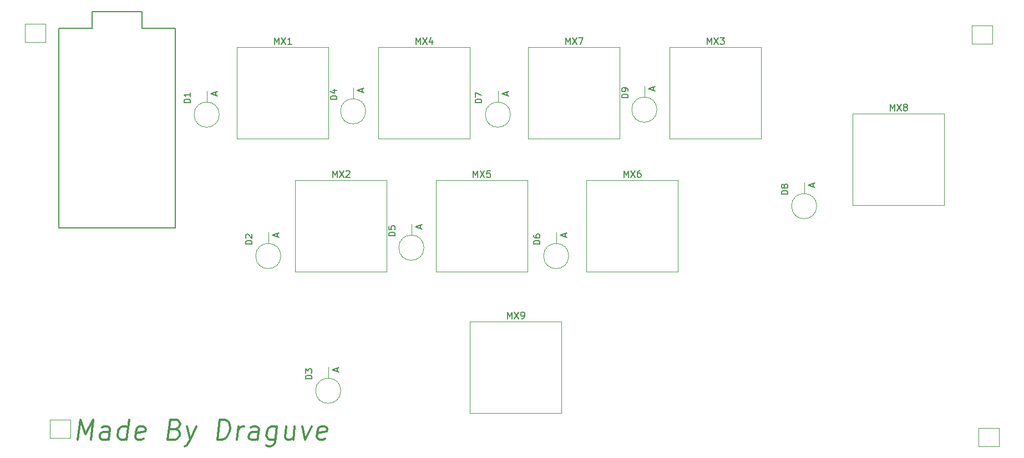
<source format=gto>
G04 #@! TF.GenerationSoftware,KiCad,Pcbnew,5.1.7-a382d34a8~87~ubuntu20.04.1*
G04 #@! TF.CreationDate,2021-01-04T03:10:59+05:30*
G04 #@! TF.ProjectId,ai03-pcb-guide,61693033-2d70-4636-922d-67756964652e,rev?*
G04 #@! TF.SameCoordinates,Original*
G04 #@! TF.FileFunction,Legend,Top*
G04 #@! TF.FilePolarity,Positive*
%FSLAX46Y46*%
G04 Gerber Fmt 4.6, Leading zero omitted, Abs format (unit mm)*
G04 Created by KiCad (PCBNEW 5.1.7-a382d34a8~87~ubuntu20.04.1) date 2021-01-04 03:10:59*
%MOMM*%
%LPD*%
G01*
G04 APERTURE LIST*
%ADD10C,0.300000*%
%ADD11C,0.120000*%
%ADD12C,0.150000*%
%ADD13C,2.800000*%
%ADD14C,2.000000*%
%ADD15O,2.800000X2.800000*%
%ADD16C,3.450000*%
%ADD17C,4.400000*%
%ADD18C,2.100000*%
%ADD19C,2.600000*%
G04 APERTURE END LIST*
D10*
X52546589Y-126607142D02*
X52921589Y-123607142D01*
X53653732Y-125750000D01*
X54921589Y-123607142D01*
X54546589Y-126607142D01*
X57260875Y-126607142D02*
X57457303Y-125035714D01*
X57350160Y-124750000D01*
X57082303Y-124607142D01*
X56510875Y-124607142D01*
X56207303Y-124750000D01*
X57278732Y-126464285D02*
X56975160Y-126607142D01*
X56260875Y-126607142D01*
X55993017Y-126464285D01*
X55885875Y-126178571D01*
X55921589Y-125892857D01*
X56100160Y-125607142D01*
X56403732Y-125464285D01*
X57118017Y-125464285D01*
X57421589Y-125321428D01*
X59975160Y-126607142D02*
X60350160Y-123607142D01*
X59993017Y-126464285D02*
X59689446Y-126607142D01*
X59118017Y-126607142D01*
X58850160Y-126464285D01*
X58725160Y-126321428D01*
X58618017Y-126035714D01*
X58725160Y-125178571D01*
X58903732Y-124892857D01*
X59064446Y-124750000D01*
X59368017Y-124607142D01*
X59939446Y-124607142D01*
X60207303Y-124750000D01*
X62564446Y-126464285D02*
X62260875Y-126607142D01*
X61689446Y-126607142D01*
X61421589Y-126464285D01*
X61314446Y-126178571D01*
X61457303Y-125035714D01*
X61635875Y-124750000D01*
X61939446Y-124607142D01*
X62510875Y-124607142D01*
X62778732Y-124750000D01*
X62885875Y-125035714D01*
X62850160Y-125321428D01*
X61385875Y-125607142D01*
X67457303Y-125035714D02*
X67868017Y-125178571D01*
X67993017Y-125321428D01*
X68100160Y-125607142D01*
X68046589Y-126035714D01*
X67868017Y-126321428D01*
X67707303Y-126464285D01*
X67403732Y-126607142D01*
X66260875Y-126607142D01*
X66635875Y-123607142D01*
X67635875Y-123607142D01*
X67903732Y-123750000D01*
X68028732Y-123892857D01*
X68135875Y-124178571D01*
X68100160Y-124464285D01*
X67921589Y-124750000D01*
X67760875Y-124892857D01*
X67457303Y-125035714D01*
X66457303Y-125035714D01*
X69225160Y-124607142D02*
X69689446Y-126607142D01*
X70653732Y-124607142D02*
X69689446Y-126607142D01*
X69314446Y-127321428D01*
X69153732Y-127464285D01*
X68850160Y-127607142D01*
X73832303Y-126607142D02*
X74207303Y-123607142D01*
X74921589Y-123607142D01*
X75332303Y-123750000D01*
X75582303Y-124035714D01*
X75689446Y-124321428D01*
X75760875Y-124892857D01*
X75707303Y-125321428D01*
X75493017Y-125892857D01*
X75314446Y-126178571D01*
X74993017Y-126464285D01*
X74546589Y-126607142D01*
X73832303Y-126607142D01*
X76832303Y-126607142D02*
X77082303Y-124607142D01*
X77010875Y-125178571D02*
X77189446Y-124892857D01*
X77350160Y-124750000D01*
X77653732Y-124607142D01*
X77939446Y-124607142D01*
X79975160Y-126607142D02*
X80171589Y-125035714D01*
X80064446Y-124750000D01*
X79796589Y-124607142D01*
X79225160Y-124607142D01*
X78921589Y-124750000D01*
X79993017Y-126464285D02*
X79689446Y-126607142D01*
X78975160Y-126607142D01*
X78707303Y-126464285D01*
X78600160Y-126178571D01*
X78635875Y-125892857D01*
X78814446Y-125607142D01*
X79118017Y-125464285D01*
X79832303Y-125464285D01*
X80135875Y-125321428D01*
X82939446Y-124607142D02*
X82635875Y-127035714D01*
X82457303Y-127321428D01*
X82296589Y-127464285D01*
X81993017Y-127607142D01*
X81564446Y-127607142D01*
X81296589Y-127464285D01*
X82707303Y-126464285D02*
X82403732Y-126607142D01*
X81832303Y-126607142D01*
X81564446Y-126464285D01*
X81439446Y-126321428D01*
X81332303Y-126035714D01*
X81439446Y-125178571D01*
X81618017Y-124892857D01*
X81778732Y-124750000D01*
X82082303Y-124607142D01*
X82653732Y-124607142D01*
X82921589Y-124750000D01*
X85653732Y-124607142D02*
X85403732Y-126607142D01*
X84368017Y-124607142D02*
X84171589Y-126178571D01*
X84278732Y-126464285D01*
X84546589Y-126607142D01*
X84975160Y-126607142D01*
X85278732Y-126464285D01*
X85439446Y-126321428D01*
X86796589Y-124607142D02*
X87260875Y-126607142D01*
X88225160Y-124607142D01*
X90278732Y-126464285D02*
X89975160Y-126607142D01*
X89403732Y-126607142D01*
X89135875Y-126464285D01*
X89028732Y-126178571D01*
X89171589Y-125035714D01*
X89350160Y-124750000D01*
X89653732Y-124607142D01*
X90225160Y-124607142D01*
X90493017Y-124750000D01*
X90600160Y-125035714D01*
X90564446Y-125321428D01*
X89100160Y-125607142D01*
D11*
X192163500Y-66198000D02*
X188963500Y-66198000D01*
X188963500Y-63398000D02*
X192163500Y-63398000D01*
X192163500Y-63398000D02*
X192163500Y-66198000D01*
X188963500Y-66198000D02*
X188963500Y-63398000D01*
X193179500Y-127666000D02*
X189979500Y-127666000D01*
X189979500Y-124866000D02*
X193179500Y-124866000D01*
X193179500Y-124866000D02*
X193179500Y-127666000D01*
X189979500Y-127666000D02*
X189979500Y-124866000D01*
X51447500Y-126396000D02*
X48247500Y-126396000D01*
X48247500Y-123596000D02*
X51447500Y-123596000D01*
X51447500Y-123596000D02*
X51447500Y-126396000D01*
X48247500Y-126396000D02*
X48247500Y-123596000D01*
X47637500Y-65944000D02*
X44437500Y-65944000D01*
X44437500Y-63144000D02*
X47637500Y-63144000D01*
X47637500Y-63144000D02*
X47637500Y-65944000D01*
X44437500Y-65944000D02*
X44437500Y-63144000D01*
D12*
X49593500Y-63782000D02*
X49593500Y-94262000D01*
X49593500Y-63782000D02*
X54673500Y-63782000D01*
X54673500Y-63782000D02*
X54673500Y-61242000D01*
X54673500Y-61242000D02*
X62293500Y-61242000D01*
X62293500Y-61242000D02*
X62293500Y-63782000D01*
X62293500Y-63782000D02*
X67373500Y-63782000D01*
X67373500Y-63782000D02*
X67373500Y-94262000D01*
X67373500Y-94262000D02*
X49593500Y-94262000D01*
D11*
X140922000Y-76228000D02*
G75*
G03*
X140922000Y-76228000I-1920000J0D01*
G01*
X139002000Y-74308000D02*
X139002000Y-72648000D01*
X165306000Y-90960000D02*
G75*
G03*
X165306000Y-90960000I-1920000J0D01*
G01*
X163386000Y-89040000D02*
X163386000Y-87380000D01*
X118570000Y-76990000D02*
G75*
G03*
X118570000Y-76990000I-1920000J0D01*
G01*
X116650000Y-75070000D02*
X116650000Y-73410000D01*
X127460000Y-98580000D02*
G75*
G03*
X127460000Y-98580000I-1920000J0D01*
G01*
X125540000Y-96660000D02*
X125540000Y-95000000D01*
X105362000Y-97310000D02*
G75*
G03*
X105362000Y-97310000I-1920000J0D01*
G01*
X103442000Y-95390000D02*
X103442000Y-93730000D01*
X96471500Y-76482000D02*
G75*
G03*
X96471500Y-76482000I-1920000J0D01*
G01*
X94551500Y-74562000D02*
X94551500Y-72902000D01*
X92661500Y-119154000D02*
G75*
G03*
X92661500Y-119154000I-1920000J0D01*
G01*
X90741500Y-117234000D02*
X90741500Y-115574000D01*
X83517500Y-98580000D02*
G75*
G03*
X83517500Y-98580000I-1920000J0D01*
G01*
X81597500Y-96660000D02*
X81597500Y-95000000D01*
X74119500Y-76990000D02*
G75*
G03*
X74119500Y-76990000I-1920000J0D01*
G01*
X72199500Y-75070000D02*
X72199500Y-73410000D01*
X112395000Y-122555000D02*
X112395000Y-108585000D01*
X126365000Y-122555000D02*
X112395000Y-122555000D01*
X126365000Y-108585000D02*
X126365000Y-122555000D01*
X112395000Y-108585000D02*
X126365000Y-108585000D01*
X107195000Y-100965000D02*
X107195000Y-86995000D01*
X121165000Y-100965000D02*
X107195000Y-100965000D01*
X121165000Y-86995000D02*
X121165000Y-100965000D01*
X107195000Y-86995000D02*
X121165000Y-86995000D01*
X85725000Y-100965000D02*
X85725000Y-86995000D01*
X99695000Y-100965000D02*
X85725000Y-100965000D01*
X99695000Y-86995000D02*
X99695000Y-100965000D01*
X85725000Y-86995000D02*
X99695000Y-86995000D01*
X170815000Y-90805000D02*
X170815000Y-76835000D01*
X184785000Y-90805000D02*
X170815000Y-90805000D01*
X184785000Y-76835000D02*
X184785000Y-90805000D01*
X170815000Y-76835000D02*
X184785000Y-76835000D01*
X121285000Y-80645000D02*
X121285000Y-66675000D01*
X135255000Y-80645000D02*
X121285000Y-80645000D01*
X135255000Y-66675000D02*
X135255000Y-80645000D01*
X121285000Y-66675000D02*
X135255000Y-66675000D01*
X130175000Y-100965000D02*
X130175000Y-86995000D01*
X144145000Y-100965000D02*
X130175000Y-100965000D01*
X144145000Y-86995000D02*
X144145000Y-100965000D01*
X130175000Y-86995000D02*
X144145000Y-86995000D01*
X98425000Y-80645000D02*
X98425000Y-66675000D01*
X112395000Y-80645000D02*
X98425000Y-80645000D01*
X112395000Y-66675000D02*
X112395000Y-80645000D01*
X98425000Y-66675000D02*
X112395000Y-66675000D01*
X142875000Y-80645000D02*
X142875000Y-66675000D01*
X156845000Y-80645000D02*
X142875000Y-80645000D01*
X156845000Y-66675000D02*
X156845000Y-80645000D01*
X142875000Y-66675000D02*
X156845000Y-66675000D01*
X76835000Y-80645000D02*
X76835000Y-66675000D01*
X90805000Y-80645000D02*
X76835000Y-80645000D01*
X90805000Y-66675000D02*
X90805000Y-80645000D01*
X76835000Y-66675000D02*
X90805000Y-66675000D01*
D12*
X136534380Y-74426095D02*
X135534380Y-74426095D01*
X135534380Y-74188000D01*
X135582000Y-74045142D01*
X135677238Y-73949904D01*
X135772476Y-73902285D01*
X135962952Y-73854666D01*
X136105809Y-73854666D01*
X136296285Y-73902285D01*
X136391523Y-73949904D01*
X136486761Y-74045142D01*
X136534380Y-74188000D01*
X136534380Y-74426095D01*
X136534380Y-73378476D02*
X136534380Y-73188000D01*
X136486761Y-73092761D01*
X136439142Y-73045142D01*
X136296285Y-72949904D01*
X136105809Y-72902285D01*
X135724857Y-72902285D01*
X135629619Y-72949904D01*
X135582000Y-72997523D01*
X135534380Y-73092761D01*
X135534380Y-73283238D01*
X135582000Y-73378476D01*
X135629619Y-73426095D01*
X135724857Y-73473714D01*
X135962952Y-73473714D01*
X136058190Y-73426095D01*
X136105809Y-73378476D01*
X136153428Y-73283238D01*
X136153428Y-73092761D01*
X136105809Y-72997523D01*
X136058190Y-72949904D01*
X135962952Y-72902285D01*
X140368666Y-73286095D02*
X140368666Y-72809904D01*
X140654380Y-73381333D02*
X139654380Y-73048000D01*
X140654380Y-72714666D01*
X160918380Y-89158095D02*
X159918380Y-89158095D01*
X159918380Y-88920000D01*
X159966000Y-88777142D01*
X160061238Y-88681904D01*
X160156476Y-88634285D01*
X160346952Y-88586666D01*
X160489809Y-88586666D01*
X160680285Y-88634285D01*
X160775523Y-88681904D01*
X160870761Y-88777142D01*
X160918380Y-88920000D01*
X160918380Y-89158095D01*
X160346952Y-88015238D02*
X160299333Y-88110476D01*
X160251714Y-88158095D01*
X160156476Y-88205714D01*
X160108857Y-88205714D01*
X160013619Y-88158095D01*
X159966000Y-88110476D01*
X159918380Y-88015238D01*
X159918380Y-87824761D01*
X159966000Y-87729523D01*
X160013619Y-87681904D01*
X160108857Y-87634285D01*
X160156476Y-87634285D01*
X160251714Y-87681904D01*
X160299333Y-87729523D01*
X160346952Y-87824761D01*
X160346952Y-88015238D01*
X160394571Y-88110476D01*
X160442190Y-88158095D01*
X160537428Y-88205714D01*
X160727904Y-88205714D01*
X160823142Y-88158095D01*
X160870761Y-88110476D01*
X160918380Y-88015238D01*
X160918380Y-87824761D01*
X160870761Y-87729523D01*
X160823142Y-87681904D01*
X160727904Y-87634285D01*
X160537428Y-87634285D01*
X160442190Y-87681904D01*
X160394571Y-87729523D01*
X160346952Y-87824761D01*
X164752666Y-88018095D02*
X164752666Y-87541904D01*
X165038380Y-88113333D02*
X164038380Y-87780000D01*
X165038380Y-87446666D01*
X114182380Y-75188095D02*
X113182380Y-75188095D01*
X113182380Y-74950000D01*
X113230000Y-74807142D01*
X113325238Y-74711904D01*
X113420476Y-74664285D01*
X113610952Y-74616666D01*
X113753809Y-74616666D01*
X113944285Y-74664285D01*
X114039523Y-74711904D01*
X114134761Y-74807142D01*
X114182380Y-74950000D01*
X114182380Y-75188095D01*
X113182380Y-74283333D02*
X113182380Y-73616666D01*
X114182380Y-74045238D01*
X118016666Y-74048095D02*
X118016666Y-73571904D01*
X118302380Y-74143333D02*
X117302380Y-73810000D01*
X118302380Y-73476666D01*
X123072380Y-96778095D02*
X122072380Y-96778095D01*
X122072380Y-96540000D01*
X122120000Y-96397142D01*
X122215238Y-96301904D01*
X122310476Y-96254285D01*
X122500952Y-96206666D01*
X122643809Y-96206666D01*
X122834285Y-96254285D01*
X122929523Y-96301904D01*
X123024761Y-96397142D01*
X123072380Y-96540000D01*
X123072380Y-96778095D01*
X122072380Y-95349523D02*
X122072380Y-95540000D01*
X122120000Y-95635238D01*
X122167619Y-95682857D01*
X122310476Y-95778095D01*
X122500952Y-95825714D01*
X122881904Y-95825714D01*
X122977142Y-95778095D01*
X123024761Y-95730476D01*
X123072380Y-95635238D01*
X123072380Y-95444761D01*
X123024761Y-95349523D01*
X122977142Y-95301904D01*
X122881904Y-95254285D01*
X122643809Y-95254285D01*
X122548571Y-95301904D01*
X122500952Y-95349523D01*
X122453333Y-95444761D01*
X122453333Y-95635238D01*
X122500952Y-95730476D01*
X122548571Y-95778095D01*
X122643809Y-95825714D01*
X126906666Y-95638095D02*
X126906666Y-95161904D01*
X127192380Y-95733333D02*
X126192380Y-95400000D01*
X127192380Y-95066666D01*
X100974380Y-95508095D02*
X99974380Y-95508095D01*
X99974380Y-95270000D01*
X100022000Y-95127142D01*
X100117238Y-95031904D01*
X100212476Y-94984285D01*
X100402952Y-94936666D01*
X100545809Y-94936666D01*
X100736285Y-94984285D01*
X100831523Y-95031904D01*
X100926761Y-95127142D01*
X100974380Y-95270000D01*
X100974380Y-95508095D01*
X99974380Y-94031904D02*
X99974380Y-94508095D01*
X100450571Y-94555714D01*
X100402952Y-94508095D01*
X100355333Y-94412857D01*
X100355333Y-94174761D01*
X100402952Y-94079523D01*
X100450571Y-94031904D01*
X100545809Y-93984285D01*
X100783904Y-93984285D01*
X100879142Y-94031904D01*
X100926761Y-94079523D01*
X100974380Y-94174761D01*
X100974380Y-94412857D01*
X100926761Y-94508095D01*
X100879142Y-94555714D01*
X104808666Y-94368095D02*
X104808666Y-93891904D01*
X105094380Y-94463333D02*
X104094380Y-94130000D01*
X105094380Y-93796666D01*
X92083880Y-74680095D02*
X91083880Y-74680095D01*
X91083880Y-74442000D01*
X91131500Y-74299142D01*
X91226738Y-74203904D01*
X91321976Y-74156285D01*
X91512452Y-74108666D01*
X91655309Y-74108666D01*
X91845785Y-74156285D01*
X91941023Y-74203904D01*
X92036261Y-74299142D01*
X92083880Y-74442000D01*
X92083880Y-74680095D01*
X91417214Y-73251523D02*
X92083880Y-73251523D01*
X91036261Y-73489619D02*
X91750547Y-73727714D01*
X91750547Y-73108666D01*
X95918166Y-73540095D02*
X95918166Y-73063904D01*
X96203880Y-73635333D02*
X95203880Y-73302000D01*
X96203880Y-72968666D01*
X88273880Y-117352095D02*
X87273880Y-117352095D01*
X87273880Y-117114000D01*
X87321500Y-116971142D01*
X87416738Y-116875904D01*
X87511976Y-116828285D01*
X87702452Y-116780666D01*
X87845309Y-116780666D01*
X88035785Y-116828285D01*
X88131023Y-116875904D01*
X88226261Y-116971142D01*
X88273880Y-117114000D01*
X88273880Y-117352095D01*
X87273880Y-116447333D02*
X87273880Y-115828285D01*
X87654833Y-116161619D01*
X87654833Y-116018761D01*
X87702452Y-115923523D01*
X87750071Y-115875904D01*
X87845309Y-115828285D01*
X88083404Y-115828285D01*
X88178642Y-115875904D01*
X88226261Y-115923523D01*
X88273880Y-116018761D01*
X88273880Y-116304476D01*
X88226261Y-116399714D01*
X88178642Y-116447333D01*
X92108166Y-116212095D02*
X92108166Y-115735904D01*
X92393880Y-116307333D02*
X91393880Y-115974000D01*
X92393880Y-115640666D01*
X79129880Y-96778095D02*
X78129880Y-96778095D01*
X78129880Y-96540000D01*
X78177500Y-96397142D01*
X78272738Y-96301904D01*
X78367976Y-96254285D01*
X78558452Y-96206666D01*
X78701309Y-96206666D01*
X78891785Y-96254285D01*
X78987023Y-96301904D01*
X79082261Y-96397142D01*
X79129880Y-96540000D01*
X79129880Y-96778095D01*
X78225119Y-95825714D02*
X78177500Y-95778095D01*
X78129880Y-95682857D01*
X78129880Y-95444761D01*
X78177500Y-95349523D01*
X78225119Y-95301904D01*
X78320357Y-95254285D01*
X78415595Y-95254285D01*
X78558452Y-95301904D01*
X79129880Y-95873333D01*
X79129880Y-95254285D01*
X82964166Y-95638095D02*
X82964166Y-95161904D01*
X83249880Y-95733333D02*
X82249880Y-95400000D01*
X83249880Y-95066666D01*
X69731880Y-75188095D02*
X68731880Y-75188095D01*
X68731880Y-74950000D01*
X68779500Y-74807142D01*
X68874738Y-74711904D01*
X68969976Y-74664285D01*
X69160452Y-74616666D01*
X69303309Y-74616666D01*
X69493785Y-74664285D01*
X69589023Y-74711904D01*
X69684261Y-74807142D01*
X69731880Y-74950000D01*
X69731880Y-75188095D01*
X69731880Y-73664285D02*
X69731880Y-74235714D01*
X69731880Y-73950000D02*
X68731880Y-73950000D01*
X68874738Y-74045238D01*
X68969976Y-74140476D01*
X69017595Y-74235714D01*
X73566166Y-74048095D02*
X73566166Y-73571904D01*
X73851880Y-74143333D02*
X72851880Y-73810000D01*
X73851880Y-73476666D01*
X118094285Y-108148380D02*
X118094285Y-107148380D01*
X118427619Y-107862666D01*
X118760952Y-107148380D01*
X118760952Y-108148380D01*
X119141904Y-107148380D02*
X119808571Y-108148380D01*
X119808571Y-107148380D02*
X119141904Y-108148380D01*
X120237142Y-108148380D02*
X120427619Y-108148380D01*
X120522857Y-108100761D01*
X120570476Y-108053142D01*
X120665714Y-107910285D01*
X120713333Y-107719809D01*
X120713333Y-107338857D01*
X120665714Y-107243619D01*
X120618095Y-107196000D01*
X120522857Y-107148380D01*
X120332380Y-107148380D01*
X120237142Y-107196000D01*
X120189523Y-107243619D01*
X120141904Y-107338857D01*
X120141904Y-107576952D01*
X120189523Y-107672190D01*
X120237142Y-107719809D01*
X120332380Y-107767428D01*
X120522857Y-107767428D01*
X120618095Y-107719809D01*
X120665714Y-107672190D01*
X120713333Y-107576952D01*
X112894285Y-86558380D02*
X112894285Y-85558380D01*
X113227619Y-86272666D01*
X113560952Y-85558380D01*
X113560952Y-86558380D01*
X113941904Y-85558380D02*
X114608571Y-86558380D01*
X114608571Y-85558380D02*
X113941904Y-86558380D01*
X115465714Y-85558380D02*
X114989523Y-85558380D01*
X114941904Y-86034571D01*
X114989523Y-85986952D01*
X115084761Y-85939333D01*
X115322857Y-85939333D01*
X115418095Y-85986952D01*
X115465714Y-86034571D01*
X115513333Y-86129809D01*
X115513333Y-86367904D01*
X115465714Y-86463142D01*
X115418095Y-86510761D01*
X115322857Y-86558380D01*
X115084761Y-86558380D01*
X114989523Y-86510761D01*
X114941904Y-86463142D01*
X91424285Y-86558380D02*
X91424285Y-85558380D01*
X91757619Y-86272666D01*
X92090952Y-85558380D01*
X92090952Y-86558380D01*
X92471904Y-85558380D02*
X93138571Y-86558380D01*
X93138571Y-85558380D02*
X92471904Y-86558380D01*
X93471904Y-85653619D02*
X93519523Y-85606000D01*
X93614761Y-85558380D01*
X93852857Y-85558380D01*
X93948095Y-85606000D01*
X93995714Y-85653619D01*
X94043333Y-85748857D01*
X94043333Y-85844095D01*
X93995714Y-85986952D01*
X93424285Y-86558380D01*
X94043333Y-86558380D01*
X176514285Y-76398380D02*
X176514285Y-75398380D01*
X176847619Y-76112666D01*
X177180952Y-75398380D01*
X177180952Y-76398380D01*
X177561904Y-75398380D02*
X178228571Y-76398380D01*
X178228571Y-75398380D02*
X177561904Y-76398380D01*
X178752380Y-75826952D02*
X178657142Y-75779333D01*
X178609523Y-75731714D01*
X178561904Y-75636476D01*
X178561904Y-75588857D01*
X178609523Y-75493619D01*
X178657142Y-75446000D01*
X178752380Y-75398380D01*
X178942857Y-75398380D01*
X179038095Y-75446000D01*
X179085714Y-75493619D01*
X179133333Y-75588857D01*
X179133333Y-75636476D01*
X179085714Y-75731714D01*
X179038095Y-75779333D01*
X178942857Y-75826952D01*
X178752380Y-75826952D01*
X178657142Y-75874571D01*
X178609523Y-75922190D01*
X178561904Y-76017428D01*
X178561904Y-76207904D01*
X178609523Y-76303142D01*
X178657142Y-76350761D01*
X178752380Y-76398380D01*
X178942857Y-76398380D01*
X179038095Y-76350761D01*
X179085714Y-76303142D01*
X179133333Y-76207904D01*
X179133333Y-76017428D01*
X179085714Y-75922190D01*
X179038095Y-75874571D01*
X178942857Y-75826952D01*
X126984285Y-66238380D02*
X126984285Y-65238380D01*
X127317619Y-65952666D01*
X127650952Y-65238380D01*
X127650952Y-66238380D01*
X128031904Y-65238380D02*
X128698571Y-66238380D01*
X128698571Y-65238380D02*
X128031904Y-66238380D01*
X128984285Y-65238380D02*
X129650952Y-65238380D01*
X129222380Y-66238380D01*
X135874285Y-86558380D02*
X135874285Y-85558380D01*
X136207619Y-86272666D01*
X136540952Y-85558380D01*
X136540952Y-86558380D01*
X136921904Y-85558380D02*
X137588571Y-86558380D01*
X137588571Y-85558380D02*
X136921904Y-86558380D01*
X138398095Y-85558380D02*
X138207619Y-85558380D01*
X138112380Y-85606000D01*
X138064761Y-85653619D01*
X137969523Y-85796476D01*
X137921904Y-85986952D01*
X137921904Y-86367904D01*
X137969523Y-86463142D01*
X138017142Y-86510761D01*
X138112380Y-86558380D01*
X138302857Y-86558380D01*
X138398095Y-86510761D01*
X138445714Y-86463142D01*
X138493333Y-86367904D01*
X138493333Y-86129809D01*
X138445714Y-86034571D01*
X138398095Y-85986952D01*
X138302857Y-85939333D01*
X138112380Y-85939333D01*
X138017142Y-85986952D01*
X137969523Y-86034571D01*
X137921904Y-86129809D01*
X104124285Y-66238380D02*
X104124285Y-65238380D01*
X104457619Y-65952666D01*
X104790952Y-65238380D01*
X104790952Y-66238380D01*
X105171904Y-65238380D02*
X105838571Y-66238380D01*
X105838571Y-65238380D02*
X105171904Y-66238380D01*
X106648095Y-65571714D02*
X106648095Y-66238380D01*
X106410000Y-65190761D02*
X106171904Y-65905047D01*
X106790952Y-65905047D01*
X148574285Y-66238380D02*
X148574285Y-65238380D01*
X148907619Y-65952666D01*
X149240952Y-65238380D01*
X149240952Y-66238380D01*
X149621904Y-65238380D02*
X150288571Y-66238380D01*
X150288571Y-65238380D02*
X149621904Y-66238380D01*
X150574285Y-65238380D02*
X151193333Y-65238380D01*
X150860000Y-65619333D01*
X151002857Y-65619333D01*
X151098095Y-65666952D01*
X151145714Y-65714571D01*
X151193333Y-65809809D01*
X151193333Y-66047904D01*
X151145714Y-66143142D01*
X151098095Y-66190761D01*
X151002857Y-66238380D01*
X150717142Y-66238380D01*
X150621904Y-66190761D01*
X150574285Y-66143142D01*
X82534285Y-66238380D02*
X82534285Y-65238380D01*
X82867619Y-65952666D01*
X83200952Y-65238380D01*
X83200952Y-66238380D01*
X83581904Y-65238380D02*
X84248571Y-66238380D01*
X84248571Y-65238380D02*
X83581904Y-66238380D01*
X85153333Y-66238380D02*
X84581904Y-66238380D01*
X84867619Y-66238380D02*
X84867619Y-65238380D01*
X84772380Y-65381238D01*
X84677142Y-65476476D01*
X84581904Y-65524095D01*
%LPC*%
D13*
X190563500Y-64798000D03*
X191579500Y-126266000D03*
X49847500Y-124996000D03*
X46037500Y-64544000D03*
D14*
X66103500Y-65052000D03*
X66103500Y-67592000D03*
X66103500Y-70132000D03*
X66103500Y-72672000D03*
X66103500Y-75212000D03*
X66103500Y-77752000D03*
X66103500Y-80292000D03*
X66103500Y-82832000D03*
X66103500Y-85372000D03*
X66103500Y-87912000D03*
X66103500Y-90452000D03*
X66103500Y-92992000D03*
X50863500Y-92992000D03*
X50863500Y-90452000D03*
X50863500Y-87912000D03*
X50863500Y-85372000D03*
X50863500Y-82832000D03*
X50863500Y-80292000D03*
X50863500Y-77752000D03*
X50863500Y-75212000D03*
X50863500Y-72672000D03*
X50863500Y-70132000D03*
X50863500Y-67592000D03*
G36*
G01*
X50063500Y-64052000D02*
X51663500Y-64052000D01*
G75*
G02*
X51863500Y-64252000I0J-200000D01*
G01*
X51863500Y-65852000D01*
G75*
G02*
X51663500Y-66052000I-200000J0D01*
G01*
X50063500Y-66052000D01*
G75*
G02*
X49863500Y-65852000I0J200000D01*
G01*
X49863500Y-64252000D01*
G75*
G02*
X50063500Y-64052000I200000J0D01*
G01*
G37*
D15*
X139002000Y-71148000D03*
G36*
G01*
X140202000Y-77628000D02*
X137802000Y-77628000D01*
G75*
G02*
X137602000Y-77428000I0J200000D01*
G01*
X137602000Y-75028000D01*
G75*
G02*
X137802000Y-74828000I200000J0D01*
G01*
X140202000Y-74828000D01*
G75*
G02*
X140402000Y-75028000I0J-200000D01*
G01*
X140402000Y-77428000D01*
G75*
G02*
X140202000Y-77628000I-200000J0D01*
G01*
G37*
X163386000Y-85880000D03*
G36*
G01*
X164586000Y-92360000D02*
X162186000Y-92360000D01*
G75*
G02*
X161986000Y-92160000I0J200000D01*
G01*
X161986000Y-89760000D01*
G75*
G02*
X162186000Y-89560000I200000J0D01*
G01*
X164586000Y-89560000D01*
G75*
G02*
X164786000Y-89760000I0J-200000D01*
G01*
X164786000Y-92160000D01*
G75*
G02*
X164586000Y-92360000I-200000J0D01*
G01*
G37*
X116650000Y-71910000D03*
G36*
G01*
X117850000Y-78390000D02*
X115450000Y-78390000D01*
G75*
G02*
X115250000Y-78190000I0J200000D01*
G01*
X115250000Y-75790000D01*
G75*
G02*
X115450000Y-75590000I200000J0D01*
G01*
X117850000Y-75590000D01*
G75*
G02*
X118050000Y-75790000I0J-200000D01*
G01*
X118050000Y-78190000D01*
G75*
G02*
X117850000Y-78390000I-200000J0D01*
G01*
G37*
X125540000Y-93500000D03*
G36*
G01*
X126740000Y-99980000D02*
X124340000Y-99980000D01*
G75*
G02*
X124140000Y-99780000I0J200000D01*
G01*
X124140000Y-97380000D01*
G75*
G02*
X124340000Y-97180000I200000J0D01*
G01*
X126740000Y-97180000D01*
G75*
G02*
X126940000Y-97380000I0J-200000D01*
G01*
X126940000Y-99780000D01*
G75*
G02*
X126740000Y-99980000I-200000J0D01*
G01*
G37*
X103442000Y-92230000D03*
G36*
G01*
X104642000Y-98710000D02*
X102242000Y-98710000D01*
G75*
G02*
X102042000Y-98510000I0J200000D01*
G01*
X102042000Y-96110000D01*
G75*
G02*
X102242000Y-95910000I200000J0D01*
G01*
X104642000Y-95910000D01*
G75*
G02*
X104842000Y-96110000I0J-200000D01*
G01*
X104842000Y-98510000D01*
G75*
G02*
X104642000Y-98710000I-200000J0D01*
G01*
G37*
X94551500Y-71402000D03*
G36*
G01*
X95751500Y-77882000D02*
X93351500Y-77882000D01*
G75*
G02*
X93151500Y-77682000I0J200000D01*
G01*
X93151500Y-75282000D01*
G75*
G02*
X93351500Y-75082000I200000J0D01*
G01*
X95751500Y-75082000D01*
G75*
G02*
X95951500Y-75282000I0J-200000D01*
G01*
X95951500Y-77682000D01*
G75*
G02*
X95751500Y-77882000I-200000J0D01*
G01*
G37*
X90741500Y-114074000D03*
G36*
G01*
X91941500Y-120554000D02*
X89541500Y-120554000D01*
G75*
G02*
X89341500Y-120354000I0J200000D01*
G01*
X89341500Y-117954000D01*
G75*
G02*
X89541500Y-117754000I200000J0D01*
G01*
X91941500Y-117754000D01*
G75*
G02*
X92141500Y-117954000I0J-200000D01*
G01*
X92141500Y-120354000D01*
G75*
G02*
X91941500Y-120554000I-200000J0D01*
G01*
G37*
X81597500Y-93500000D03*
G36*
G01*
X82797500Y-99980000D02*
X80397500Y-99980000D01*
G75*
G02*
X80197500Y-99780000I0J200000D01*
G01*
X80197500Y-97380000D01*
G75*
G02*
X80397500Y-97180000I200000J0D01*
G01*
X82797500Y-97180000D01*
G75*
G02*
X82997500Y-97380000I0J-200000D01*
G01*
X82997500Y-99780000D01*
G75*
G02*
X82797500Y-99980000I-200000J0D01*
G01*
G37*
X72199500Y-71910000D03*
G36*
G01*
X73399500Y-78390000D02*
X70999500Y-78390000D01*
G75*
G02*
X70799500Y-78190000I0J200000D01*
G01*
X70799500Y-75790000D01*
G75*
G02*
X70999500Y-75590000I200000J0D01*
G01*
X73399500Y-75590000D01*
G75*
G02*
X73599500Y-75790000I0J-200000D01*
G01*
X73599500Y-78190000D01*
G75*
G02*
X73399500Y-78390000I-200000J0D01*
G01*
G37*
D16*
X131280000Y-108570000D03*
X107480000Y-108570000D03*
D17*
X107480000Y-123810000D03*
X131280000Y-123810000D03*
D18*
X124460000Y-115570000D03*
X114300000Y-115570000D03*
D17*
X119380000Y-115570000D03*
D19*
X115570000Y-113030000D03*
X121920000Y-110490000D03*
D18*
X119260000Y-93980000D03*
X109100000Y-93980000D03*
D17*
X114180000Y-93980000D03*
D19*
X110370000Y-91440000D03*
X116720000Y-88900000D03*
D18*
X97790000Y-93980000D03*
X87630000Y-93980000D03*
D17*
X92710000Y-93980000D03*
D19*
X88900000Y-91440000D03*
X95250000Y-88900000D03*
D16*
X170800000Y-71920000D03*
X170800000Y-95720000D03*
D17*
X186040000Y-95720000D03*
X186040000Y-71920000D03*
D18*
X182880000Y-83820000D03*
X172720000Y-83820000D03*
D17*
X177800000Y-83820000D03*
D19*
X173990000Y-81280000D03*
X180340000Y-78740000D03*
D18*
X133350000Y-73660000D03*
X123190000Y-73660000D03*
D17*
X128270000Y-73660000D03*
D19*
X124460000Y-71120000D03*
X130810000Y-68580000D03*
D18*
X142240000Y-93980000D03*
X132080000Y-93980000D03*
D17*
X137160000Y-93980000D03*
D19*
X133350000Y-91440000D03*
X139700000Y-88900000D03*
D18*
X110490000Y-73660000D03*
X100330000Y-73660000D03*
D17*
X105410000Y-73660000D03*
D19*
X101600000Y-71120000D03*
X107950000Y-68580000D03*
D18*
X154940000Y-73660000D03*
X144780000Y-73660000D03*
D17*
X149860000Y-73660000D03*
D19*
X146050000Y-71120000D03*
X152400000Y-68580000D03*
D18*
X88900000Y-73660000D03*
X78740000Y-73660000D03*
D17*
X83820000Y-73660000D03*
D19*
X80010000Y-71120000D03*
X86360000Y-68580000D03*
M02*

</source>
